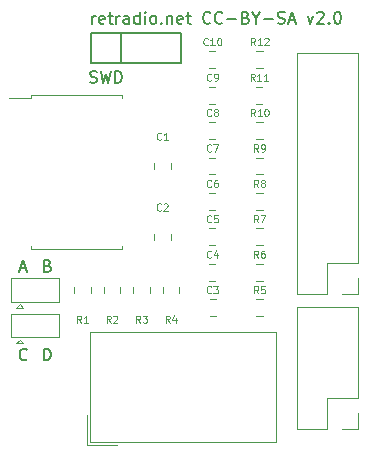
<source format=gbr>
G04 #@! TF.GenerationSoftware,KiCad,Pcbnew,5.1.5+dfsg1-2build2*
G04 #@! TF.CreationDate,2021-03-05T11:50:16+01:00*
G04 #@! TF.ProjectId,buttons,62757474-6f6e-4732-9e6b-696361645f70,rev?*
G04 #@! TF.SameCoordinates,Original*
G04 #@! TF.FileFunction,Legend,Top*
G04 #@! TF.FilePolarity,Positive*
%FSLAX46Y46*%
G04 Gerber Fmt 4.6, Leading zero omitted, Abs format (unit mm)*
G04 Created by KiCad (PCBNEW 5.1.5+dfsg1-2build2) date 2021-03-05 11:50:16*
%MOMM*%
%LPD*%
G04 APERTURE LIST*
%ADD10C,0.150000*%
%ADD11C,0.120000*%
G04 APERTURE END LIST*
D10*
X205835595Y-88952380D02*
X205835595Y-88285714D01*
X205835595Y-88476190D02*
X205883214Y-88380952D01*
X205930833Y-88333333D01*
X206026071Y-88285714D01*
X206121309Y-88285714D01*
X206835595Y-88904761D02*
X206740357Y-88952380D01*
X206549880Y-88952380D01*
X206454642Y-88904761D01*
X206407023Y-88809523D01*
X206407023Y-88428571D01*
X206454642Y-88333333D01*
X206549880Y-88285714D01*
X206740357Y-88285714D01*
X206835595Y-88333333D01*
X206883214Y-88428571D01*
X206883214Y-88523809D01*
X206407023Y-88619047D01*
X207168928Y-88285714D02*
X207549880Y-88285714D01*
X207311785Y-87952380D02*
X207311785Y-88809523D01*
X207359404Y-88904761D01*
X207454642Y-88952380D01*
X207549880Y-88952380D01*
X207883214Y-88952380D02*
X207883214Y-88285714D01*
X207883214Y-88476190D02*
X207930833Y-88380952D01*
X207978452Y-88333333D01*
X208073690Y-88285714D01*
X208168928Y-88285714D01*
X208930833Y-88952380D02*
X208930833Y-88428571D01*
X208883214Y-88333333D01*
X208787976Y-88285714D01*
X208597500Y-88285714D01*
X208502261Y-88333333D01*
X208930833Y-88904761D02*
X208835595Y-88952380D01*
X208597500Y-88952380D01*
X208502261Y-88904761D01*
X208454642Y-88809523D01*
X208454642Y-88714285D01*
X208502261Y-88619047D01*
X208597500Y-88571428D01*
X208835595Y-88571428D01*
X208930833Y-88523809D01*
X209835595Y-88952380D02*
X209835595Y-87952380D01*
X209835595Y-88904761D02*
X209740357Y-88952380D01*
X209549880Y-88952380D01*
X209454642Y-88904761D01*
X209407023Y-88857142D01*
X209359404Y-88761904D01*
X209359404Y-88476190D01*
X209407023Y-88380952D01*
X209454642Y-88333333D01*
X209549880Y-88285714D01*
X209740357Y-88285714D01*
X209835595Y-88333333D01*
X210311785Y-88952380D02*
X210311785Y-88285714D01*
X210311785Y-87952380D02*
X210264166Y-88000000D01*
X210311785Y-88047619D01*
X210359404Y-88000000D01*
X210311785Y-87952380D01*
X210311785Y-88047619D01*
X210930833Y-88952380D02*
X210835595Y-88904761D01*
X210787976Y-88857142D01*
X210740357Y-88761904D01*
X210740357Y-88476190D01*
X210787976Y-88380952D01*
X210835595Y-88333333D01*
X210930833Y-88285714D01*
X211073690Y-88285714D01*
X211168928Y-88333333D01*
X211216547Y-88380952D01*
X211264166Y-88476190D01*
X211264166Y-88761904D01*
X211216547Y-88857142D01*
X211168928Y-88904761D01*
X211073690Y-88952380D01*
X210930833Y-88952380D01*
X211692738Y-88857142D02*
X211740357Y-88904761D01*
X211692738Y-88952380D01*
X211645119Y-88904761D01*
X211692738Y-88857142D01*
X211692738Y-88952380D01*
X212168928Y-88285714D02*
X212168928Y-88952380D01*
X212168928Y-88380952D02*
X212216547Y-88333333D01*
X212311785Y-88285714D01*
X212454642Y-88285714D01*
X212549880Y-88333333D01*
X212597500Y-88428571D01*
X212597500Y-88952380D01*
X213454642Y-88904761D02*
X213359404Y-88952380D01*
X213168928Y-88952380D01*
X213073690Y-88904761D01*
X213026071Y-88809523D01*
X213026071Y-88428571D01*
X213073690Y-88333333D01*
X213168928Y-88285714D01*
X213359404Y-88285714D01*
X213454642Y-88333333D01*
X213502261Y-88428571D01*
X213502261Y-88523809D01*
X213026071Y-88619047D01*
X213787976Y-88285714D02*
X214168928Y-88285714D01*
X213930833Y-87952380D02*
X213930833Y-88809523D01*
X213978452Y-88904761D01*
X214073690Y-88952380D01*
X214168928Y-88952380D01*
X215835595Y-88857142D02*
X215787976Y-88904761D01*
X215645119Y-88952380D01*
X215549880Y-88952380D01*
X215407023Y-88904761D01*
X215311785Y-88809523D01*
X215264166Y-88714285D01*
X215216547Y-88523809D01*
X215216547Y-88380952D01*
X215264166Y-88190476D01*
X215311785Y-88095238D01*
X215407023Y-88000000D01*
X215549880Y-87952380D01*
X215645119Y-87952380D01*
X215787976Y-88000000D01*
X215835595Y-88047619D01*
X216835595Y-88857142D02*
X216787976Y-88904761D01*
X216645119Y-88952380D01*
X216549880Y-88952380D01*
X216407023Y-88904761D01*
X216311785Y-88809523D01*
X216264166Y-88714285D01*
X216216547Y-88523809D01*
X216216547Y-88380952D01*
X216264166Y-88190476D01*
X216311785Y-88095238D01*
X216407023Y-88000000D01*
X216549880Y-87952380D01*
X216645119Y-87952380D01*
X216787976Y-88000000D01*
X216835595Y-88047619D01*
X217264166Y-88571428D02*
X218026071Y-88571428D01*
X218835595Y-88428571D02*
X218978452Y-88476190D01*
X219026071Y-88523809D01*
X219073690Y-88619047D01*
X219073690Y-88761904D01*
X219026071Y-88857142D01*
X218978452Y-88904761D01*
X218883214Y-88952380D01*
X218502261Y-88952380D01*
X218502261Y-87952380D01*
X218835595Y-87952380D01*
X218930833Y-88000000D01*
X218978452Y-88047619D01*
X219026071Y-88142857D01*
X219026071Y-88238095D01*
X218978452Y-88333333D01*
X218930833Y-88380952D01*
X218835595Y-88428571D01*
X218502261Y-88428571D01*
X219692738Y-88476190D02*
X219692738Y-88952380D01*
X219359404Y-87952380D02*
X219692738Y-88476190D01*
X220026071Y-87952380D01*
X220359404Y-88571428D02*
X221121309Y-88571428D01*
X221549880Y-88904761D02*
X221692738Y-88952380D01*
X221930833Y-88952380D01*
X222026071Y-88904761D01*
X222073690Y-88857142D01*
X222121309Y-88761904D01*
X222121309Y-88666666D01*
X222073690Y-88571428D01*
X222026071Y-88523809D01*
X221930833Y-88476190D01*
X221740357Y-88428571D01*
X221645119Y-88380952D01*
X221597500Y-88333333D01*
X221549880Y-88238095D01*
X221549880Y-88142857D01*
X221597500Y-88047619D01*
X221645119Y-88000000D01*
X221740357Y-87952380D01*
X221978452Y-87952380D01*
X222121309Y-88000000D01*
X222502261Y-88666666D02*
X222978452Y-88666666D01*
X222407023Y-88952380D02*
X222740357Y-87952380D01*
X223073690Y-88952380D01*
X224073690Y-88285714D02*
X224311785Y-88952380D01*
X224549880Y-88285714D01*
X224883214Y-88047619D02*
X224930833Y-88000000D01*
X225026071Y-87952380D01*
X225264166Y-87952380D01*
X225359404Y-88000000D01*
X225407023Y-88047619D01*
X225454642Y-88142857D01*
X225454642Y-88238095D01*
X225407023Y-88380952D01*
X224835595Y-88952380D01*
X225454642Y-88952380D01*
X225883214Y-88857142D02*
X225930833Y-88904761D01*
X225883214Y-88952380D01*
X225835595Y-88904761D01*
X225883214Y-88857142D01*
X225883214Y-88952380D01*
X226549880Y-87952380D02*
X226645119Y-87952380D01*
X226740357Y-88000000D01*
X226787976Y-88047619D01*
X226835595Y-88142857D01*
X226883214Y-88333333D01*
X226883214Y-88571428D01*
X226835595Y-88761904D01*
X226787976Y-88857142D01*
X226740357Y-88904761D01*
X226645119Y-88952380D01*
X226549880Y-88952380D01*
X226454642Y-88904761D01*
X226407023Y-88857142D01*
X226359404Y-88761904D01*
X226311785Y-88571428D01*
X226311785Y-88333333D01*
X226359404Y-88142857D01*
X226407023Y-88047619D01*
X226454642Y-88000000D01*
X226549880Y-87952380D01*
X201738095Y-117452380D02*
X201738095Y-116452380D01*
X201976190Y-116452380D01*
X202119047Y-116500000D01*
X202214285Y-116595238D01*
X202261904Y-116690476D01*
X202309523Y-116880952D01*
X202309523Y-117023809D01*
X202261904Y-117214285D01*
X202214285Y-117309523D01*
X202119047Y-117404761D01*
X201976190Y-117452380D01*
X201738095Y-117452380D01*
X200309523Y-117357142D02*
X200261904Y-117404761D01*
X200119047Y-117452380D01*
X200023809Y-117452380D01*
X199880952Y-117404761D01*
X199785714Y-117309523D01*
X199738095Y-117214285D01*
X199690476Y-117023809D01*
X199690476Y-116880952D01*
X199738095Y-116690476D01*
X199785714Y-116595238D01*
X199880952Y-116500000D01*
X200023809Y-116452380D01*
X200119047Y-116452380D01*
X200261904Y-116500000D01*
X200309523Y-116547619D01*
X202071428Y-109428571D02*
X202214285Y-109476190D01*
X202261904Y-109523809D01*
X202309523Y-109619047D01*
X202309523Y-109761904D01*
X202261904Y-109857142D01*
X202214285Y-109904761D01*
X202119047Y-109952380D01*
X201738095Y-109952380D01*
X201738095Y-108952380D01*
X202071428Y-108952380D01*
X202166666Y-109000000D01*
X202214285Y-109047619D01*
X202261904Y-109142857D01*
X202261904Y-109238095D01*
X202214285Y-109333333D01*
X202166666Y-109380952D01*
X202071428Y-109428571D01*
X201738095Y-109428571D01*
X199761904Y-109666666D02*
X200238095Y-109666666D01*
X199666666Y-109952380D02*
X200000000Y-108952380D01*
X200333333Y-109952380D01*
X205642857Y-93904761D02*
X205785714Y-93952380D01*
X206023809Y-93952380D01*
X206119047Y-93904761D01*
X206166666Y-93857142D01*
X206214285Y-93761904D01*
X206214285Y-93666666D01*
X206166666Y-93571428D01*
X206119047Y-93523809D01*
X206023809Y-93476190D01*
X205833333Y-93428571D01*
X205738095Y-93380952D01*
X205690476Y-93333333D01*
X205642857Y-93238095D01*
X205642857Y-93142857D01*
X205690476Y-93047619D01*
X205738095Y-93000000D01*
X205833333Y-92952380D01*
X206071428Y-92952380D01*
X206214285Y-93000000D01*
X206547619Y-92952380D02*
X206785714Y-93952380D01*
X206976190Y-93238095D01*
X207166666Y-93952380D01*
X207404761Y-92952380D01*
X207785714Y-93952380D02*
X207785714Y-92952380D01*
X208023809Y-92952380D01*
X208166666Y-93000000D01*
X208261904Y-93095238D01*
X208309523Y-93190476D01*
X208357142Y-93380952D01*
X208357142Y-93523809D01*
X208309523Y-93714285D01*
X208261904Y-93809523D01*
X208166666Y-93904761D01*
X208023809Y-93952380D01*
X207785714Y-93952380D01*
X205690000Y-92270000D02*
X205690000Y-89730000D01*
X213310000Y-92270000D02*
X205690000Y-92270000D01*
X213310000Y-89730000D02*
X213310000Y-92270000D01*
X205690000Y-89730000D02*
X213310000Y-89730000D01*
X208230000Y-89730000D02*
X208230000Y-92270000D01*
D11*
X205400000Y-124655000D02*
X205400000Y-122115000D01*
X205400000Y-124655000D02*
X207940000Y-124655000D01*
X205650000Y-124405000D02*
X205650000Y-115055000D01*
X221430000Y-124405000D02*
X205650000Y-124405000D01*
X221430000Y-115055000D02*
X221430000Y-124405000D01*
X205650000Y-115055000D02*
X221430000Y-115055000D01*
X200640000Y-95225000D02*
X198825000Y-95225000D01*
X200640000Y-94990000D02*
X200640000Y-95225000D01*
X204500000Y-94990000D02*
X200640000Y-94990000D01*
X208360000Y-94990000D02*
X208360000Y-95225000D01*
X204500000Y-94990000D02*
X208360000Y-94990000D01*
X200640000Y-108010000D02*
X200640000Y-107775000D01*
X204500000Y-108010000D02*
X200640000Y-108010000D01*
X208360000Y-108010000D02*
X208360000Y-107775000D01*
X204500000Y-108010000D02*
X208360000Y-108010000D01*
X220261252Y-91290000D02*
X219738748Y-91290000D01*
X220261252Y-92710000D02*
X219738748Y-92710000D01*
X220236252Y-94290000D02*
X219713748Y-94290000D01*
X220236252Y-95710000D02*
X219713748Y-95710000D01*
X220261252Y-97290000D02*
X219738748Y-97290000D01*
X220261252Y-98710000D02*
X219738748Y-98710000D01*
X220261252Y-100290000D02*
X219738748Y-100290000D01*
X220261252Y-101710000D02*
X219738748Y-101710000D01*
X220261252Y-103290000D02*
X219738748Y-103290000D01*
X220261252Y-104710000D02*
X219738748Y-104710000D01*
X220261252Y-106290000D02*
X219738748Y-106290000D01*
X220261252Y-107710000D02*
X219738748Y-107710000D01*
X220261252Y-109290000D02*
X219738748Y-109290000D01*
X220261252Y-110710000D02*
X219738748Y-110710000D01*
X220261252Y-112290000D02*
X219738748Y-112290000D01*
X220261252Y-113710000D02*
X219738748Y-113710000D01*
X213210000Y-111786252D02*
X213210000Y-111263748D01*
X211790000Y-111786252D02*
X211790000Y-111263748D01*
X210710000Y-111786252D02*
X210710000Y-111263748D01*
X209290000Y-111786252D02*
X209290000Y-111263748D01*
X208210000Y-111786252D02*
X208210000Y-111263748D01*
X206790000Y-111786252D02*
X206790000Y-111263748D01*
X205710000Y-111786252D02*
X205710000Y-111263748D01*
X204290000Y-111786252D02*
X204290000Y-111263748D01*
X228330000Y-123250000D02*
X227000000Y-123250000D01*
X228330000Y-121920000D02*
X228330000Y-123250000D01*
X225730000Y-123250000D02*
X223130000Y-123250000D01*
X225730000Y-120650000D02*
X225730000Y-123250000D01*
X228330000Y-120650000D02*
X225730000Y-120650000D01*
X223130000Y-123250000D02*
X223130000Y-112970000D01*
X228330000Y-120650000D02*
X228330000Y-112970000D01*
X228330000Y-112970000D02*
X223130000Y-112970000D01*
X228330000Y-111830000D02*
X227000000Y-111830000D01*
X228330000Y-110500000D02*
X228330000Y-111830000D01*
X225730000Y-111830000D02*
X223130000Y-111830000D01*
X225730000Y-109230000D02*
X225730000Y-111830000D01*
X228330000Y-109230000D02*
X225730000Y-109230000D01*
X223130000Y-111830000D02*
X223130000Y-91390000D01*
X228330000Y-109230000D02*
X228330000Y-91390000D01*
X228330000Y-91390000D02*
X223130000Y-91390000D01*
X198950000Y-113500000D02*
X203050000Y-113500000D01*
X203050000Y-113500000D02*
X203050000Y-115500000D01*
X203050000Y-115500000D02*
X198950000Y-115500000D01*
X198950000Y-115500000D02*
X198950000Y-113500000D01*
X199700000Y-115700000D02*
X199400000Y-116000000D01*
X199400000Y-116000000D02*
X200000000Y-116000000D01*
X199700000Y-115700000D02*
X200000000Y-116000000D01*
X198950000Y-110500000D02*
X203050000Y-110500000D01*
X203050000Y-110500000D02*
X203050000Y-112500000D01*
X203050000Y-112500000D02*
X198950000Y-112500000D01*
X198950000Y-112500000D02*
X198950000Y-110500000D01*
X199700000Y-112700000D02*
X199400000Y-113000000D01*
X199400000Y-113000000D02*
X200000000Y-113000000D01*
X199700000Y-112700000D02*
X200000000Y-113000000D01*
X216261252Y-91290000D02*
X215738748Y-91290000D01*
X216261252Y-92710000D02*
X215738748Y-92710000D01*
X216261252Y-94290000D02*
X215738748Y-94290000D01*
X216261252Y-95710000D02*
X215738748Y-95710000D01*
X216261252Y-97290000D02*
X215738748Y-97290000D01*
X216261252Y-98710000D02*
X215738748Y-98710000D01*
X216261252Y-100290000D02*
X215738748Y-100290000D01*
X216261252Y-101710000D02*
X215738748Y-101710000D01*
X216261252Y-103290000D02*
X215738748Y-103290000D01*
X216261252Y-104710000D02*
X215738748Y-104710000D01*
X216261252Y-106290000D02*
X215738748Y-106290000D01*
X216261252Y-107710000D02*
X215738748Y-107710000D01*
X216261252Y-109290000D02*
X215738748Y-109290000D01*
X216261252Y-110710000D02*
X215738748Y-110710000D01*
X216286252Y-112290000D02*
X215763748Y-112290000D01*
X216286252Y-113710000D02*
X215763748Y-113710000D01*
X212460000Y-107261252D02*
X212460000Y-106738748D01*
X211040000Y-107261252D02*
X211040000Y-106738748D01*
X211040000Y-100738748D02*
X211040000Y-101261252D01*
X212460000Y-100738748D02*
X212460000Y-101261252D01*
X219614285Y-90771428D02*
X219414285Y-90485714D01*
X219271428Y-90771428D02*
X219271428Y-90171428D01*
X219500000Y-90171428D01*
X219557142Y-90200000D01*
X219585714Y-90228571D01*
X219614285Y-90285714D01*
X219614285Y-90371428D01*
X219585714Y-90428571D01*
X219557142Y-90457142D01*
X219500000Y-90485714D01*
X219271428Y-90485714D01*
X220185714Y-90771428D02*
X219842857Y-90771428D01*
X220014285Y-90771428D02*
X220014285Y-90171428D01*
X219957142Y-90257142D01*
X219900000Y-90314285D01*
X219842857Y-90342857D01*
X220414285Y-90228571D02*
X220442857Y-90200000D01*
X220500000Y-90171428D01*
X220642857Y-90171428D01*
X220700000Y-90200000D01*
X220728571Y-90228571D01*
X220757142Y-90285714D01*
X220757142Y-90342857D01*
X220728571Y-90428571D01*
X220385714Y-90771428D01*
X220757142Y-90771428D01*
X219589285Y-93771428D02*
X219389285Y-93485714D01*
X219246428Y-93771428D02*
X219246428Y-93171428D01*
X219475000Y-93171428D01*
X219532142Y-93200000D01*
X219560714Y-93228571D01*
X219589285Y-93285714D01*
X219589285Y-93371428D01*
X219560714Y-93428571D01*
X219532142Y-93457142D01*
X219475000Y-93485714D01*
X219246428Y-93485714D01*
X220160714Y-93771428D02*
X219817857Y-93771428D01*
X219989285Y-93771428D02*
X219989285Y-93171428D01*
X219932142Y-93257142D01*
X219875000Y-93314285D01*
X219817857Y-93342857D01*
X220732142Y-93771428D02*
X220389285Y-93771428D01*
X220560714Y-93771428D02*
X220560714Y-93171428D01*
X220503571Y-93257142D01*
X220446428Y-93314285D01*
X220389285Y-93342857D01*
X219614285Y-96771428D02*
X219414285Y-96485714D01*
X219271428Y-96771428D02*
X219271428Y-96171428D01*
X219500000Y-96171428D01*
X219557142Y-96200000D01*
X219585714Y-96228571D01*
X219614285Y-96285714D01*
X219614285Y-96371428D01*
X219585714Y-96428571D01*
X219557142Y-96457142D01*
X219500000Y-96485714D01*
X219271428Y-96485714D01*
X220185714Y-96771428D02*
X219842857Y-96771428D01*
X220014285Y-96771428D02*
X220014285Y-96171428D01*
X219957142Y-96257142D01*
X219900000Y-96314285D01*
X219842857Y-96342857D01*
X220557142Y-96171428D02*
X220614285Y-96171428D01*
X220671428Y-96200000D01*
X220700000Y-96228571D01*
X220728571Y-96285714D01*
X220757142Y-96400000D01*
X220757142Y-96542857D01*
X220728571Y-96657142D01*
X220700000Y-96714285D01*
X220671428Y-96742857D01*
X220614285Y-96771428D01*
X220557142Y-96771428D01*
X220500000Y-96742857D01*
X220471428Y-96714285D01*
X220442857Y-96657142D01*
X220414285Y-96542857D01*
X220414285Y-96400000D01*
X220442857Y-96285714D01*
X220471428Y-96228571D01*
X220500000Y-96200000D01*
X220557142Y-96171428D01*
X219900000Y-99771428D02*
X219700000Y-99485714D01*
X219557142Y-99771428D02*
X219557142Y-99171428D01*
X219785714Y-99171428D01*
X219842857Y-99200000D01*
X219871428Y-99228571D01*
X219900000Y-99285714D01*
X219900000Y-99371428D01*
X219871428Y-99428571D01*
X219842857Y-99457142D01*
X219785714Y-99485714D01*
X219557142Y-99485714D01*
X220185714Y-99771428D02*
X220300000Y-99771428D01*
X220357142Y-99742857D01*
X220385714Y-99714285D01*
X220442857Y-99628571D01*
X220471428Y-99514285D01*
X220471428Y-99285714D01*
X220442857Y-99228571D01*
X220414285Y-99200000D01*
X220357142Y-99171428D01*
X220242857Y-99171428D01*
X220185714Y-99200000D01*
X220157142Y-99228571D01*
X220128571Y-99285714D01*
X220128571Y-99428571D01*
X220157142Y-99485714D01*
X220185714Y-99514285D01*
X220242857Y-99542857D01*
X220357142Y-99542857D01*
X220414285Y-99514285D01*
X220442857Y-99485714D01*
X220471428Y-99428571D01*
X219900000Y-102771428D02*
X219700000Y-102485714D01*
X219557142Y-102771428D02*
X219557142Y-102171428D01*
X219785714Y-102171428D01*
X219842857Y-102200000D01*
X219871428Y-102228571D01*
X219900000Y-102285714D01*
X219900000Y-102371428D01*
X219871428Y-102428571D01*
X219842857Y-102457142D01*
X219785714Y-102485714D01*
X219557142Y-102485714D01*
X220242857Y-102428571D02*
X220185714Y-102400000D01*
X220157142Y-102371428D01*
X220128571Y-102314285D01*
X220128571Y-102285714D01*
X220157142Y-102228571D01*
X220185714Y-102200000D01*
X220242857Y-102171428D01*
X220357142Y-102171428D01*
X220414285Y-102200000D01*
X220442857Y-102228571D01*
X220471428Y-102285714D01*
X220471428Y-102314285D01*
X220442857Y-102371428D01*
X220414285Y-102400000D01*
X220357142Y-102428571D01*
X220242857Y-102428571D01*
X220185714Y-102457142D01*
X220157142Y-102485714D01*
X220128571Y-102542857D01*
X220128571Y-102657142D01*
X220157142Y-102714285D01*
X220185714Y-102742857D01*
X220242857Y-102771428D01*
X220357142Y-102771428D01*
X220414285Y-102742857D01*
X220442857Y-102714285D01*
X220471428Y-102657142D01*
X220471428Y-102542857D01*
X220442857Y-102485714D01*
X220414285Y-102457142D01*
X220357142Y-102428571D01*
X219900000Y-105771428D02*
X219700000Y-105485714D01*
X219557142Y-105771428D02*
X219557142Y-105171428D01*
X219785714Y-105171428D01*
X219842857Y-105200000D01*
X219871428Y-105228571D01*
X219900000Y-105285714D01*
X219900000Y-105371428D01*
X219871428Y-105428571D01*
X219842857Y-105457142D01*
X219785714Y-105485714D01*
X219557142Y-105485714D01*
X220100000Y-105171428D02*
X220500000Y-105171428D01*
X220242857Y-105771428D01*
X219900000Y-108771428D02*
X219700000Y-108485714D01*
X219557142Y-108771428D02*
X219557142Y-108171428D01*
X219785714Y-108171428D01*
X219842857Y-108200000D01*
X219871428Y-108228571D01*
X219900000Y-108285714D01*
X219900000Y-108371428D01*
X219871428Y-108428571D01*
X219842857Y-108457142D01*
X219785714Y-108485714D01*
X219557142Y-108485714D01*
X220414285Y-108171428D02*
X220300000Y-108171428D01*
X220242857Y-108200000D01*
X220214285Y-108228571D01*
X220157142Y-108314285D01*
X220128571Y-108428571D01*
X220128571Y-108657142D01*
X220157142Y-108714285D01*
X220185714Y-108742857D01*
X220242857Y-108771428D01*
X220357142Y-108771428D01*
X220414285Y-108742857D01*
X220442857Y-108714285D01*
X220471428Y-108657142D01*
X220471428Y-108514285D01*
X220442857Y-108457142D01*
X220414285Y-108428571D01*
X220357142Y-108400000D01*
X220242857Y-108400000D01*
X220185714Y-108428571D01*
X220157142Y-108457142D01*
X220128571Y-108514285D01*
X219900000Y-111771428D02*
X219700000Y-111485714D01*
X219557142Y-111771428D02*
X219557142Y-111171428D01*
X219785714Y-111171428D01*
X219842857Y-111200000D01*
X219871428Y-111228571D01*
X219900000Y-111285714D01*
X219900000Y-111371428D01*
X219871428Y-111428571D01*
X219842857Y-111457142D01*
X219785714Y-111485714D01*
X219557142Y-111485714D01*
X220442857Y-111171428D02*
X220157142Y-111171428D01*
X220128571Y-111457142D01*
X220157142Y-111428571D01*
X220214285Y-111400000D01*
X220357142Y-111400000D01*
X220414285Y-111428571D01*
X220442857Y-111457142D01*
X220471428Y-111514285D01*
X220471428Y-111657142D01*
X220442857Y-111714285D01*
X220414285Y-111742857D01*
X220357142Y-111771428D01*
X220214285Y-111771428D01*
X220157142Y-111742857D01*
X220128571Y-111714285D01*
X212400000Y-114271428D02*
X212200000Y-113985714D01*
X212057142Y-114271428D02*
X212057142Y-113671428D01*
X212285714Y-113671428D01*
X212342857Y-113700000D01*
X212371428Y-113728571D01*
X212400000Y-113785714D01*
X212400000Y-113871428D01*
X212371428Y-113928571D01*
X212342857Y-113957142D01*
X212285714Y-113985714D01*
X212057142Y-113985714D01*
X212914285Y-113871428D02*
X212914285Y-114271428D01*
X212771428Y-113642857D02*
X212628571Y-114071428D01*
X213000000Y-114071428D01*
X209900000Y-114271428D02*
X209700000Y-113985714D01*
X209557142Y-114271428D02*
X209557142Y-113671428D01*
X209785714Y-113671428D01*
X209842857Y-113700000D01*
X209871428Y-113728571D01*
X209900000Y-113785714D01*
X209900000Y-113871428D01*
X209871428Y-113928571D01*
X209842857Y-113957142D01*
X209785714Y-113985714D01*
X209557142Y-113985714D01*
X210100000Y-113671428D02*
X210471428Y-113671428D01*
X210271428Y-113900000D01*
X210357142Y-113900000D01*
X210414285Y-113928571D01*
X210442857Y-113957142D01*
X210471428Y-114014285D01*
X210471428Y-114157142D01*
X210442857Y-114214285D01*
X210414285Y-114242857D01*
X210357142Y-114271428D01*
X210185714Y-114271428D01*
X210128571Y-114242857D01*
X210100000Y-114214285D01*
X207400000Y-114271428D02*
X207200000Y-113985714D01*
X207057142Y-114271428D02*
X207057142Y-113671428D01*
X207285714Y-113671428D01*
X207342857Y-113700000D01*
X207371428Y-113728571D01*
X207400000Y-113785714D01*
X207400000Y-113871428D01*
X207371428Y-113928571D01*
X207342857Y-113957142D01*
X207285714Y-113985714D01*
X207057142Y-113985714D01*
X207628571Y-113728571D02*
X207657142Y-113700000D01*
X207714285Y-113671428D01*
X207857142Y-113671428D01*
X207914285Y-113700000D01*
X207942857Y-113728571D01*
X207971428Y-113785714D01*
X207971428Y-113842857D01*
X207942857Y-113928571D01*
X207600000Y-114271428D01*
X207971428Y-114271428D01*
X204900000Y-114271428D02*
X204700000Y-113985714D01*
X204557142Y-114271428D02*
X204557142Y-113671428D01*
X204785714Y-113671428D01*
X204842857Y-113700000D01*
X204871428Y-113728571D01*
X204900000Y-113785714D01*
X204900000Y-113871428D01*
X204871428Y-113928571D01*
X204842857Y-113957142D01*
X204785714Y-113985714D01*
X204557142Y-113985714D01*
X205471428Y-114271428D02*
X205128571Y-114271428D01*
X205300000Y-114271428D02*
X205300000Y-113671428D01*
X205242857Y-113757142D01*
X205185714Y-113814285D01*
X205128571Y-113842857D01*
X215614285Y-90714285D02*
X215585714Y-90742857D01*
X215500000Y-90771428D01*
X215442857Y-90771428D01*
X215357142Y-90742857D01*
X215300000Y-90685714D01*
X215271428Y-90628571D01*
X215242857Y-90514285D01*
X215242857Y-90428571D01*
X215271428Y-90314285D01*
X215300000Y-90257142D01*
X215357142Y-90200000D01*
X215442857Y-90171428D01*
X215500000Y-90171428D01*
X215585714Y-90200000D01*
X215614285Y-90228571D01*
X216185714Y-90771428D02*
X215842857Y-90771428D01*
X216014285Y-90771428D02*
X216014285Y-90171428D01*
X215957142Y-90257142D01*
X215900000Y-90314285D01*
X215842857Y-90342857D01*
X216557142Y-90171428D02*
X216614285Y-90171428D01*
X216671428Y-90200000D01*
X216700000Y-90228571D01*
X216728571Y-90285714D01*
X216757142Y-90400000D01*
X216757142Y-90542857D01*
X216728571Y-90657142D01*
X216700000Y-90714285D01*
X216671428Y-90742857D01*
X216614285Y-90771428D01*
X216557142Y-90771428D01*
X216500000Y-90742857D01*
X216471428Y-90714285D01*
X216442857Y-90657142D01*
X216414285Y-90542857D01*
X216414285Y-90400000D01*
X216442857Y-90285714D01*
X216471428Y-90228571D01*
X216500000Y-90200000D01*
X216557142Y-90171428D01*
X215900000Y-93714285D02*
X215871428Y-93742857D01*
X215785714Y-93771428D01*
X215728571Y-93771428D01*
X215642857Y-93742857D01*
X215585714Y-93685714D01*
X215557142Y-93628571D01*
X215528571Y-93514285D01*
X215528571Y-93428571D01*
X215557142Y-93314285D01*
X215585714Y-93257142D01*
X215642857Y-93200000D01*
X215728571Y-93171428D01*
X215785714Y-93171428D01*
X215871428Y-93200000D01*
X215900000Y-93228571D01*
X216185714Y-93771428D02*
X216300000Y-93771428D01*
X216357142Y-93742857D01*
X216385714Y-93714285D01*
X216442857Y-93628571D01*
X216471428Y-93514285D01*
X216471428Y-93285714D01*
X216442857Y-93228571D01*
X216414285Y-93200000D01*
X216357142Y-93171428D01*
X216242857Y-93171428D01*
X216185714Y-93200000D01*
X216157142Y-93228571D01*
X216128571Y-93285714D01*
X216128571Y-93428571D01*
X216157142Y-93485714D01*
X216185714Y-93514285D01*
X216242857Y-93542857D01*
X216357142Y-93542857D01*
X216414285Y-93514285D01*
X216442857Y-93485714D01*
X216471428Y-93428571D01*
X215900000Y-96714285D02*
X215871428Y-96742857D01*
X215785714Y-96771428D01*
X215728571Y-96771428D01*
X215642857Y-96742857D01*
X215585714Y-96685714D01*
X215557142Y-96628571D01*
X215528571Y-96514285D01*
X215528571Y-96428571D01*
X215557142Y-96314285D01*
X215585714Y-96257142D01*
X215642857Y-96200000D01*
X215728571Y-96171428D01*
X215785714Y-96171428D01*
X215871428Y-96200000D01*
X215900000Y-96228571D01*
X216242857Y-96428571D02*
X216185714Y-96400000D01*
X216157142Y-96371428D01*
X216128571Y-96314285D01*
X216128571Y-96285714D01*
X216157142Y-96228571D01*
X216185714Y-96200000D01*
X216242857Y-96171428D01*
X216357142Y-96171428D01*
X216414285Y-96200000D01*
X216442857Y-96228571D01*
X216471428Y-96285714D01*
X216471428Y-96314285D01*
X216442857Y-96371428D01*
X216414285Y-96400000D01*
X216357142Y-96428571D01*
X216242857Y-96428571D01*
X216185714Y-96457142D01*
X216157142Y-96485714D01*
X216128571Y-96542857D01*
X216128571Y-96657142D01*
X216157142Y-96714285D01*
X216185714Y-96742857D01*
X216242857Y-96771428D01*
X216357142Y-96771428D01*
X216414285Y-96742857D01*
X216442857Y-96714285D01*
X216471428Y-96657142D01*
X216471428Y-96542857D01*
X216442857Y-96485714D01*
X216414285Y-96457142D01*
X216357142Y-96428571D01*
X215900000Y-99714285D02*
X215871428Y-99742857D01*
X215785714Y-99771428D01*
X215728571Y-99771428D01*
X215642857Y-99742857D01*
X215585714Y-99685714D01*
X215557142Y-99628571D01*
X215528571Y-99514285D01*
X215528571Y-99428571D01*
X215557142Y-99314285D01*
X215585714Y-99257142D01*
X215642857Y-99200000D01*
X215728571Y-99171428D01*
X215785714Y-99171428D01*
X215871428Y-99200000D01*
X215900000Y-99228571D01*
X216100000Y-99171428D02*
X216500000Y-99171428D01*
X216242857Y-99771428D01*
X215900000Y-102714285D02*
X215871428Y-102742857D01*
X215785714Y-102771428D01*
X215728571Y-102771428D01*
X215642857Y-102742857D01*
X215585714Y-102685714D01*
X215557142Y-102628571D01*
X215528571Y-102514285D01*
X215528571Y-102428571D01*
X215557142Y-102314285D01*
X215585714Y-102257142D01*
X215642857Y-102200000D01*
X215728571Y-102171428D01*
X215785714Y-102171428D01*
X215871428Y-102200000D01*
X215900000Y-102228571D01*
X216414285Y-102171428D02*
X216300000Y-102171428D01*
X216242857Y-102200000D01*
X216214285Y-102228571D01*
X216157142Y-102314285D01*
X216128571Y-102428571D01*
X216128571Y-102657142D01*
X216157142Y-102714285D01*
X216185714Y-102742857D01*
X216242857Y-102771428D01*
X216357142Y-102771428D01*
X216414285Y-102742857D01*
X216442857Y-102714285D01*
X216471428Y-102657142D01*
X216471428Y-102514285D01*
X216442857Y-102457142D01*
X216414285Y-102428571D01*
X216357142Y-102400000D01*
X216242857Y-102400000D01*
X216185714Y-102428571D01*
X216157142Y-102457142D01*
X216128571Y-102514285D01*
X215900000Y-105714285D02*
X215871428Y-105742857D01*
X215785714Y-105771428D01*
X215728571Y-105771428D01*
X215642857Y-105742857D01*
X215585714Y-105685714D01*
X215557142Y-105628571D01*
X215528571Y-105514285D01*
X215528571Y-105428571D01*
X215557142Y-105314285D01*
X215585714Y-105257142D01*
X215642857Y-105200000D01*
X215728571Y-105171428D01*
X215785714Y-105171428D01*
X215871428Y-105200000D01*
X215900000Y-105228571D01*
X216442857Y-105171428D02*
X216157142Y-105171428D01*
X216128571Y-105457142D01*
X216157142Y-105428571D01*
X216214285Y-105400000D01*
X216357142Y-105400000D01*
X216414285Y-105428571D01*
X216442857Y-105457142D01*
X216471428Y-105514285D01*
X216471428Y-105657142D01*
X216442857Y-105714285D01*
X216414285Y-105742857D01*
X216357142Y-105771428D01*
X216214285Y-105771428D01*
X216157142Y-105742857D01*
X216128571Y-105714285D01*
X215900000Y-108714285D02*
X215871428Y-108742857D01*
X215785714Y-108771428D01*
X215728571Y-108771428D01*
X215642857Y-108742857D01*
X215585714Y-108685714D01*
X215557142Y-108628571D01*
X215528571Y-108514285D01*
X215528571Y-108428571D01*
X215557142Y-108314285D01*
X215585714Y-108257142D01*
X215642857Y-108200000D01*
X215728571Y-108171428D01*
X215785714Y-108171428D01*
X215871428Y-108200000D01*
X215900000Y-108228571D01*
X216414285Y-108371428D02*
X216414285Y-108771428D01*
X216271428Y-108142857D02*
X216128571Y-108571428D01*
X216500000Y-108571428D01*
X215900000Y-111714285D02*
X215871428Y-111742857D01*
X215785714Y-111771428D01*
X215728571Y-111771428D01*
X215642857Y-111742857D01*
X215585714Y-111685714D01*
X215557142Y-111628571D01*
X215528571Y-111514285D01*
X215528571Y-111428571D01*
X215557142Y-111314285D01*
X215585714Y-111257142D01*
X215642857Y-111200000D01*
X215728571Y-111171428D01*
X215785714Y-111171428D01*
X215871428Y-111200000D01*
X215900000Y-111228571D01*
X216100000Y-111171428D02*
X216471428Y-111171428D01*
X216271428Y-111400000D01*
X216357142Y-111400000D01*
X216414285Y-111428571D01*
X216442857Y-111457142D01*
X216471428Y-111514285D01*
X216471428Y-111657142D01*
X216442857Y-111714285D01*
X216414285Y-111742857D01*
X216357142Y-111771428D01*
X216185714Y-111771428D01*
X216128571Y-111742857D01*
X216100000Y-111714285D01*
X211650000Y-104714285D02*
X211621428Y-104742857D01*
X211535714Y-104771428D01*
X211478571Y-104771428D01*
X211392857Y-104742857D01*
X211335714Y-104685714D01*
X211307142Y-104628571D01*
X211278571Y-104514285D01*
X211278571Y-104428571D01*
X211307142Y-104314285D01*
X211335714Y-104257142D01*
X211392857Y-104200000D01*
X211478571Y-104171428D01*
X211535714Y-104171428D01*
X211621428Y-104200000D01*
X211650000Y-104228571D01*
X211878571Y-104228571D02*
X211907142Y-104200000D01*
X211964285Y-104171428D01*
X212107142Y-104171428D01*
X212164285Y-104200000D01*
X212192857Y-104228571D01*
X212221428Y-104285714D01*
X212221428Y-104342857D01*
X212192857Y-104428571D01*
X211850000Y-104771428D01*
X212221428Y-104771428D01*
X211650000Y-98714285D02*
X211621428Y-98742857D01*
X211535714Y-98771428D01*
X211478571Y-98771428D01*
X211392857Y-98742857D01*
X211335714Y-98685714D01*
X211307142Y-98628571D01*
X211278571Y-98514285D01*
X211278571Y-98428571D01*
X211307142Y-98314285D01*
X211335714Y-98257142D01*
X211392857Y-98200000D01*
X211478571Y-98171428D01*
X211535714Y-98171428D01*
X211621428Y-98200000D01*
X211650000Y-98228571D01*
X212221428Y-98771428D02*
X211878571Y-98771428D01*
X212050000Y-98771428D02*
X212050000Y-98171428D01*
X211992857Y-98257142D01*
X211935714Y-98314285D01*
X211878571Y-98342857D01*
M02*

</source>
